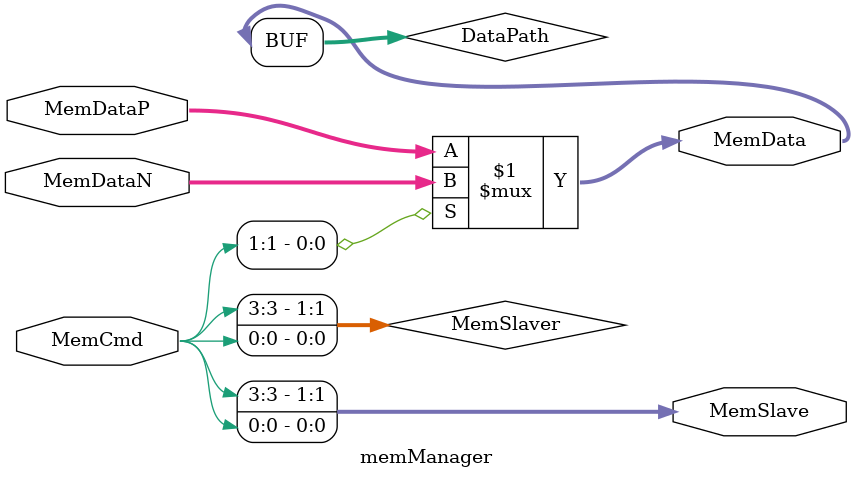
<source format=v>
module memManager (MemCmd, MemSlave, MemDataP, MemDataN, MemData);

input [3:0]MemCmd;
input [31:0]MemDataP;
input [31:0]MemDataN;

output [1:0]MemSlave;
output [31:0]MemData;

wire [31:0]DataPath;
wire [1:0]MemSlaver;

assign DataPath = MemCmd[1] ? MemDataN : MemDataP;

assign MemSlaver[1] = MemCmd[3];
assign MemSlaver[0] = MemCmd[0];

assign MemSlave = MemSlaver;

assign MemData = DataPath;

endmodule


</source>
